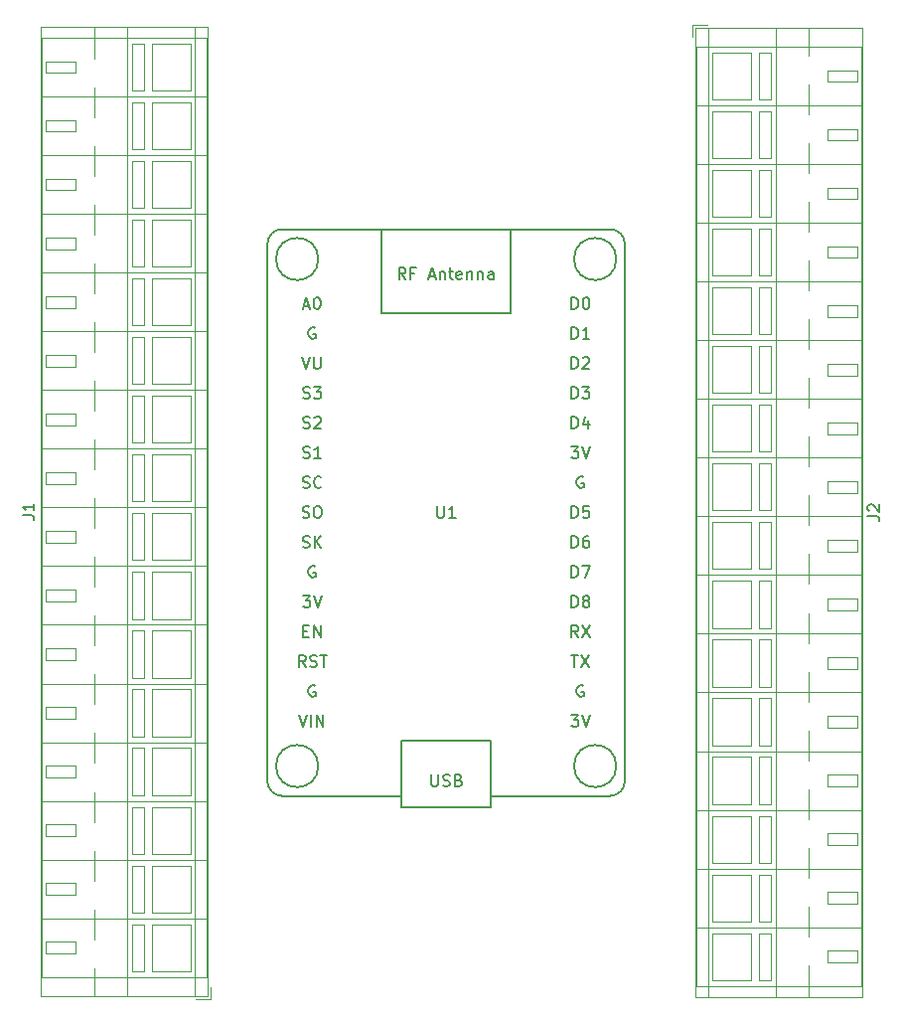
<source format=gbr>
%TF.GenerationSoftware,KiCad,Pcbnew,(5.1.8-0-10_14)*%
%TF.CreationDate,2021-01-01T23:10:54+08:00*%
%TF.ProjectId,nodemcu shield,6e6f6465-6d63-4752-9073-6869656c642e,rev?*%
%TF.SameCoordinates,Original*%
%TF.FileFunction,Legend,Top*%
%TF.FilePolarity,Positive*%
%FSLAX46Y46*%
G04 Gerber Fmt 4.6, Leading zero omitted, Abs format (unit mm)*
G04 Created by KiCad (PCBNEW (5.1.8-0-10_14)) date 2021-01-01 23:10:54*
%MOMM*%
%LPD*%
G01*
G04 APERTURE LIST*
%ADD10C,0.150000*%
%ADD11C,0.120000*%
G04 APERTURE END LIST*
D10*
%TO.C,U1*%
X135620000Y-151810000D02*
X125450000Y-151810000D01*
X127140000Y-110680000D02*
X116140000Y-110680000D01*
X127140000Y-103550000D02*
X127140000Y-110680000D01*
X116140000Y-110680000D02*
X116140000Y-103550000D01*
X117840000Y-152810000D02*
X117840000Y-147080000D01*
X117840000Y-147080000D02*
X125440000Y-147080000D01*
X125440000Y-147080000D02*
X125440000Y-152810000D01*
X125440000Y-152810000D02*
X117840000Y-152810000D01*
X136880000Y-104820000D02*
X136880000Y-150540000D01*
X106400000Y-104820000D02*
X106400000Y-150540000D01*
X117840000Y-151810000D02*
X107670000Y-151810000D01*
X136136051Y-149270000D02*
G75*
G03*
X136136051Y-149270000I-1796051J0D01*
G01*
X110736051Y-149270000D02*
G75*
G03*
X110736051Y-149270000I-1796051J0D01*
G01*
X110736051Y-106090000D02*
G75*
G03*
X110736051Y-106090000I-1796051J0D01*
G01*
X136136051Y-106090000D02*
G75*
G03*
X136136051Y-106090000I-1796051J0D01*
G01*
X135610000Y-103550000D02*
X107670000Y-103550000D01*
X106400000Y-150540000D02*
G75*
G03*
X107670000Y-151810000I1270000J0D01*
G01*
X135610000Y-151810000D02*
G75*
G03*
X136880000Y-150540000I0J1270000D01*
G01*
X136880000Y-104820000D02*
G75*
G03*
X135610000Y-103550000I-1270000J0D01*
G01*
X107670000Y-103550000D02*
G75*
G03*
X106400000Y-104820000I0J-1270000D01*
G01*
D11*
%TO.C,J2*%
X144000000Y-86380000D02*
X144000000Y-168920000D01*
X149700000Y-86380000D02*
X149700000Y-168920000D01*
X152500000Y-86380000D02*
X152500000Y-88770000D01*
X152500000Y-91230000D02*
X152500000Y-93770000D01*
X152500000Y-96230000D02*
X152500000Y-98770000D01*
X152500000Y-101230000D02*
X152500000Y-103770000D01*
X152500000Y-106230000D02*
X152500000Y-108770000D01*
X152500000Y-111230000D02*
X152500000Y-113770000D01*
X152500000Y-116230000D02*
X152500000Y-118770000D01*
X152500000Y-121230000D02*
X152500000Y-123770000D01*
X152500000Y-126230000D02*
X152500000Y-128770000D01*
X152500000Y-131230000D02*
X152500000Y-133770000D01*
X152500000Y-136230000D02*
X152500000Y-138770000D01*
X152500000Y-141230000D02*
X152500000Y-143770000D01*
X152500000Y-146230000D02*
X152500000Y-148770000D01*
X152500000Y-151230000D02*
X152500000Y-153770000D01*
X152500000Y-156230000D02*
X152500000Y-158770000D01*
X152500000Y-161230000D02*
X152500000Y-163770000D01*
X152500000Y-166230000D02*
X152500000Y-168920000D01*
X157120000Y-86380000D02*
X157120000Y-168920000D01*
X142880000Y-86380000D02*
X142880000Y-168920000D01*
X157120000Y-86380000D02*
X142880000Y-86380000D01*
X157120000Y-168920000D02*
X142880000Y-168920000D01*
X147600000Y-88500000D02*
X147600000Y-92500000D01*
X144300000Y-88500000D02*
X144300000Y-92500000D01*
X147600000Y-88500000D02*
X144300000Y-88500000D01*
X147600000Y-92500000D02*
X144300000Y-92500000D01*
X157000000Y-88000000D02*
X157000000Y-93000000D01*
X143000000Y-88000000D02*
X143000000Y-93000000D01*
X157000000Y-88000000D02*
X143000000Y-88000000D01*
X157000000Y-93000000D02*
X143000000Y-93000000D01*
X149300000Y-88500000D02*
X149300000Y-92500000D01*
X148300000Y-88500000D02*
X148300000Y-92500000D01*
X149300000Y-88500000D02*
X148300000Y-88500000D01*
X149300000Y-92500000D02*
X148300000Y-92500000D01*
X156650000Y-90000000D02*
X156650000Y-91000000D01*
X154151000Y-90000000D02*
X154151000Y-91000000D01*
X156650000Y-90000000D02*
X154151000Y-90000000D01*
X156650000Y-91000000D02*
X154151000Y-91000000D01*
X147600000Y-93500000D02*
X147600000Y-97500000D01*
X144300000Y-93500000D02*
X144300000Y-97500000D01*
X147600000Y-93500000D02*
X144300000Y-93500000D01*
X147600000Y-97500000D02*
X144300000Y-97500000D01*
X157000000Y-93000000D02*
X157000000Y-98000000D01*
X143000000Y-93000000D02*
X143000000Y-98000000D01*
X157000000Y-93000000D02*
X143000000Y-93000000D01*
X157000000Y-98000000D02*
X143000000Y-98000000D01*
X149300000Y-93500000D02*
X149300000Y-97500000D01*
X148300000Y-93500000D02*
X148300000Y-97500000D01*
X149300000Y-93500000D02*
X148300000Y-93500000D01*
X149300000Y-97500000D02*
X148300000Y-97500000D01*
X156650000Y-95000000D02*
X156650000Y-96000000D01*
X154151000Y-95000000D02*
X154151000Y-96000000D01*
X156650000Y-95000000D02*
X154151000Y-95000000D01*
X156650000Y-96000000D02*
X154151000Y-96000000D01*
X147600000Y-98500000D02*
X147600000Y-102500000D01*
X144300000Y-98500000D02*
X144300000Y-102500000D01*
X147600000Y-98500000D02*
X144300000Y-98500000D01*
X147600000Y-102500000D02*
X144300000Y-102500000D01*
X157000000Y-98000000D02*
X157000000Y-103000000D01*
X143000000Y-98000000D02*
X143000000Y-103000000D01*
X157000000Y-98000000D02*
X143000000Y-98000000D01*
X157000000Y-103000000D02*
X143000000Y-103000000D01*
X149300000Y-98500000D02*
X149300000Y-102500000D01*
X148300000Y-98500000D02*
X148300000Y-102500000D01*
X149300000Y-98500000D02*
X148300000Y-98500000D01*
X149300000Y-102500000D02*
X148300000Y-102500000D01*
X156650000Y-100000000D02*
X156650000Y-101000000D01*
X154151000Y-100000000D02*
X154151000Y-101000000D01*
X156650000Y-100000000D02*
X154151000Y-100000000D01*
X156650000Y-101000000D02*
X154151000Y-101000000D01*
X147600000Y-103500000D02*
X147600000Y-107500000D01*
X144300000Y-103500000D02*
X144300000Y-107500000D01*
X147600000Y-103500000D02*
X144300000Y-103500000D01*
X147600000Y-107500000D02*
X144300000Y-107500000D01*
X157000000Y-103000000D02*
X157000000Y-108000000D01*
X143000000Y-103000000D02*
X143000000Y-108000000D01*
X157000000Y-103000000D02*
X143000000Y-103000000D01*
X157000000Y-108000000D02*
X143000000Y-108000000D01*
X149300000Y-103500000D02*
X149300000Y-107500000D01*
X148300000Y-103500000D02*
X148300000Y-107500000D01*
X149300000Y-103500000D02*
X148300000Y-103500000D01*
X149300000Y-107500000D02*
X148300000Y-107500000D01*
X156650000Y-105000000D02*
X156650000Y-106000000D01*
X154151000Y-105000000D02*
X154151000Y-106000000D01*
X156650000Y-105000000D02*
X154151000Y-105000000D01*
X156650000Y-106000000D02*
X154151000Y-106000000D01*
X147600000Y-108500000D02*
X147600000Y-112500000D01*
X144300000Y-108500000D02*
X144300000Y-112500000D01*
X147600000Y-108500000D02*
X144300000Y-108500000D01*
X147600000Y-112500000D02*
X144300000Y-112500000D01*
X157000000Y-108000000D02*
X157000000Y-113000000D01*
X143000000Y-108000000D02*
X143000000Y-113000000D01*
X157000000Y-108000000D02*
X143000000Y-108000000D01*
X157000000Y-113000000D02*
X143000000Y-113000000D01*
X149300000Y-108500000D02*
X149300000Y-112500000D01*
X148300000Y-108500000D02*
X148300000Y-112500000D01*
X149300000Y-108500000D02*
X148300000Y-108500000D01*
X149300000Y-112500000D02*
X148300000Y-112500000D01*
X156650000Y-110000000D02*
X156650000Y-111000000D01*
X154151000Y-110000000D02*
X154151000Y-111000000D01*
X156650000Y-110000000D02*
X154151000Y-110000000D01*
X156650000Y-111000000D02*
X154151000Y-111000000D01*
X147600000Y-113500000D02*
X147600000Y-117500000D01*
X144300000Y-113500000D02*
X144300000Y-117500000D01*
X147600000Y-113500000D02*
X144300000Y-113500000D01*
X147600000Y-117500000D02*
X144300000Y-117500000D01*
X157000000Y-113000000D02*
X157000000Y-118000000D01*
X143000000Y-113000000D02*
X143000000Y-118000000D01*
X157000000Y-113000000D02*
X143000000Y-113000000D01*
X157000000Y-118000000D02*
X143000000Y-118000000D01*
X149300000Y-113500000D02*
X149300000Y-117500000D01*
X148300000Y-113500000D02*
X148300000Y-117500000D01*
X149300000Y-113500000D02*
X148300000Y-113500000D01*
X149300000Y-117500000D02*
X148300000Y-117500000D01*
X156650000Y-115000000D02*
X156650000Y-116000000D01*
X154151000Y-115000000D02*
X154151000Y-116000000D01*
X156650000Y-115000000D02*
X154151000Y-115000000D01*
X156650000Y-116000000D02*
X154151000Y-116000000D01*
X147600000Y-118500000D02*
X147600000Y-122500000D01*
X144300000Y-118500000D02*
X144300000Y-122500000D01*
X147600000Y-118500000D02*
X144300000Y-118500000D01*
X147600000Y-122500000D02*
X144300000Y-122500000D01*
X157000000Y-118000000D02*
X157000000Y-123000000D01*
X143000000Y-118000000D02*
X143000000Y-123000000D01*
X157000000Y-118000000D02*
X143000000Y-118000000D01*
X157000000Y-123000000D02*
X143000000Y-123000000D01*
X149300000Y-118500000D02*
X149300000Y-122500000D01*
X148300000Y-118500000D02*
X148300000Y-122500000D01*
X149300000Y-118500000D02*
X148300000Y-118500000D01*
X149300000Y-122500000D02*
X148300000Y-122500000D01*
X156650000Y-120000000D02*
X156650000Y-121000000D01*
X154151000Y-120000000D02*
X154151000Y-121000000D01*
X156650000Y-120000000D02*
X154151000Y-120000000D01*
X156650000Y-121000000D02*
X154151000Y-121000000D01*
X147600000Y-123500000D02*
X147600000Y-127500000D01*
X144300000Y-123500000D02*
X144300000Y-127500000D01*
X147600000Y-123500000D02*
X144300000Y-123500000D01*
X147600000Y-127500000D02*
X144300000Y-127500000D01*
X157000000Y-123000000D02*
X157000000Y-128000000D01*
X143000000Y-123000000D02*
X143000000Y-128000000D01*
X157000000Y-123000000D02*
X143000000Y-123000000D01*
X157000000Y-128000000D02*
X143000000Y-128000000D01*
X149300000Y-123500000D02*
X149300000Y-127500000D01*
X148300000Y-123500000D02*
X148300000Y-127500000D01*
X149300000Y-123500000D02*
X148300000Y-123500000D01*
X149300000Y-127500000D02*
X148300000Y-127500000D01*
X156650000Y-125000000D02*
X156650000Y-126000000D01*
X154151000Y-125000000D02*
X154151000Y-126000000D01*
X156650000Y-125000000D02*
X154151000Y-125000000D01*
X156650000Y-126000000D02*
X154151000Y-126000000D01*
X147600000Y-128500000D02*
X147600000Y-132500000D01*
X144300000Y-128500000D02*
X144300000Y-132500000D01*
X147600000Y-128500000D02*
X144300000Y-128500000D01*
X147600000Y-132500000D02*
X144300000Y-132500000D01*
X157000000Y-128000000D02*
X157000000Y-133000000D01*
X143000000Y-128000000D02*
X143000000Y-133000000D01*
X157000000Y-128000000D02*
X143000000Y-128000000D01*
X157000000Y-133000000D02*
X143000000Y-133000000D01*
X149300000Y-128500000D02*
X149300000Y-132500000D01*
X148300000Y-128500000D02*
X148300000Y-132500000D01*
X149300000Y-128500000D02*
X148300000Y-128500000D01*
X149300000Y-132500000D02*
X148300000Y-132500000D01*
X156650000Y-130000000D02*
X156650000Y-131000000D01*
X154151000Y-130000000D02*
X154151000Y-131000000D01*
X156650000Y-130000000D02*
X154151000Y-130000000D01*
X156650000Y-131000000D02*
X154151000Y-131000000D01*
X147600000Y-133500000D02*
X147600000Y-137500000D01*
X144300000Y-133500000D02*
X144300000Y-137500000D01*
X147600000Y-133500000D02*
X144300000Y-133500000D01*
X147600000Y-137500000D02*
X144300000Y-137500000D01*
X157000000Y-133000000D02*
X157000000Y-138000000D01*
X143000000Y-133000000D02*
X143000000Y-138000000D01*
X157000000Y-133000000D02*
X143000000Y-133000000D01*
X157000000Y-138000000D02*
X143000000Y-138000000D01*
X149300000Y-133500000D02*
X149300000Y-137500000D01*
X148300000Y-133500000D02*
X148300000Y-137500000D01*
X149300000Y-133500000D02*
X148300000Y-133500000D01*
X149300000Y-137500000D02*
X148300000Y-137500000D01*
X156650000Y-135000000D02*
X156650000Y-136000000D01*
X154151000Y-135000000D02*
X154151000Y-136000000D01*
X156650000Y-135000000D02*
X154151000Y-135000000D01*
X156650000Y-136000000D02*
X154151000Y-136000000D01*
X147600000Y-138500000D02*
X147600000Y-142500000D01*
X144300000Y-138500000D02*
X144300000Y-142500000D01*
X147600000Y-138500000D02*
X144300000Y-138500000D01*
X147600000Y-142500000D02*
X144300000Y-142500000D01*
X157000000Y-138000000D02*
X157000000Y-143000000D01*
X143000000Y-138000000D02*
X143000000Y-143000000D01*
X157000000Y-138000000D02*
X143000000Y-138000000D01*
X157000000Y-143000000D02*
X143000000Y-143000000D01*
X149300000Y-138500000D02*
X149300000Y-142500000D01*
X148300000Y-138500000D02*
X148300000Y-142500000D01*
X149300000Y-138500000D02*
X148300000Y-138500000D01*
X149300000Y-142500000D02*
X148300000Y-142500000D01*
X156650000Y-140000000D02*
X156650000Y-141000000D01*
X154151000Y-140000000D02*
X154151000Y-141000000D01*
X156650000Y-140000000D02*
X154151000Y-140000000D01*
X156650000Y-141000000D02*
X154151000Y-141000000D01*
X147600000Y-143500000D02*
X147600000Y-147500000D01*
X144300000Y-143500000D02*
X144300000Y-147500000D01*
X147600000Y-143500000D02*
X144300000Y-143500000D01*
X147600000Y-147500000D02*
X144300000Y-147500000D01*
X157000000Y-143000000D02*
X157000000Y-148000000D01*
X143000000Y-143000000D02*
X143000000Y-148000000D01*
X157000000Y-143000000D02*
X143000000Y-143000000D01*
X157000000Y-148000000D02*
X143000000Y-148000000D01*
X149300000Y-143500000D02*
X149300000Y-147500000D01*
X148300000Y-143500000D02*
X148300000Y-147500000D01*
X149300000Y-143500000D02*
X148300000Y-143500000D01*
X149300000Y-147500000D02*
X148300000Y-147500000D01*
X156650000Y-145000000D02*
X156650000Y-146000000D01*
X154151000Y-145000000D02*
X154151000Y-146000000D01*
X156650000Y-145000000D02*
X154151000Y-145000000D01*
X156650000Y-146000000D02*
X154151000Y-146000000D01*
X147600000Y-148500000D02*
X147600000Y-152500000D01*
X144300000Y-148500000D02*
X144300000Y-152500000D01*
X147600000Y-148500000D02*
X144300000Y-148500000D01*
X147600000Y-152500000D02*
X144300000Y-152500000D01*
X157000000Y-148000000D02*
X157000000Y-153000000D01*
X143000000Y-148000000D02*
X143000000Y-153000000D01*
X157000000Y-148000000D02*
X143000000Y-148000000D01*
X157000000Y-153000000D02*
X143000000Y-153000000D01*
X149300000Y-148500000D02*
X149300000Y-152500000D01*
X148300000Y-148500000D02*
X148300000Y-152500000D01*
X149300000Y-148500000D02*
X148300000Y-148500000D01*
X149300000Y-152500000D02*
X148300000Y-152500000D01*
X156650000Y-150000000D02*
X156650000Y-151000000D01*
X154151000Y-150000000D02*
X154151000Y-151000000D01*
X156650000Y-150000000D02*
X154151000Y-150000000D01*
X156650000Y-151000000D02*
X154151000Y-151000000D01*
X147600000Y-153500000D02*
X147600000Y-157500000D01*
X144300000Y-153500000D02*
X144300000Y-157500000D01*
X147600000Y-153500000D02*
X144300000Y-153500000D01*
X147600000Y-157500000D02*
X144300000Y-157500000D01*
X157000000Y-153000000D02*
X157000000Y-158000000D01*
X143000000Y-153000000D02*
X143000000Y-158000000D01*
X157000000Y-153000000D02*
X143000000Y-153000000D01*
X157000000Y-158000000D02*
X143000000Y-158000000D01*
X149300000Y-153500000D02*
X149300000Y-157500000D01*
X148300000Y-153500000D02*
X148300000Y-157500000D01*
X149300000Y-153500000D02*
X148300000Y-153500000D01*
X149300000Y-157500000D02*
X148300000Y-157500000D01*
X156650000Y-155000000D02*
X156650000Y-156000000D01*
X154151000Y-155000000D02*
X154151000Y-156000000D01*
X156650000Y-155000000D02*
X154151000Y-155000000D01*
X156650000Y-156000000D02*
X154151000Y-156000000D01*
X147600000Y-158500000D02*
X147600000Y-162500000D01*
X144300000Y-158500000D02*
X144300000Y-162500000D01*
X147600000Y-158500000D02*
X144300000Y-158500000D01*
X147600000Y-162500000D02*
X144300000Y-162500000D01*
X157000000Y-158000000D02*
X157000000Y-163000000D01*
X143000000Y-158000000D02*
X143000000Y-163000000D01*
X157000000Y-158000000D02*
X143000000Y-158000000D01*
X157000000Y-163000000D02*
X143000000Y-163000000D01*
X149300000Y-158500000D02*
X149300000Y-162500000D01*
X148300000Y-158500000D02*
X148300000Y-162500000D01*
X149300000Y-158500000D02*
X148300000Y-158500000D01*
X149300000Y-162500000D02*
X148300000Y-162500000D01*
X156650000Y-160000000D02*
X156650000Y-161000000D01*
X154151000Y-160000000D02*
X154151000Y-161000000D01*
X156650000Y-160000000D02*
X154151000Y-160000000D01*
X156650000Y-161000000D02*
X154151000Y-161000000D01*
X147600000Y-163500000D02*
X147600000Y-167500000D01*
X144300000Y-163500000D02*
X144300000Y-167500000D01*
X147600000Y-163500000D02*
X144300000Y-163500000D01*
X147600000Y-167500000D02*
X144300000Y-167500000D01*
X157000000Y-163000000D02*
X157000000Y-168000000D01*
X143000000Y-163000000D02*
X143000000Y-168000000D01*
X157000000Y-163000000D02*
X143000000Y-163000000D01*
X157000000Y-168000000D02*
X143000000Y-168000000D01*
X149300000Y-163500000D02*
X149300000Y-167500000D01*
X148300000Y-163500000D02*
X148300000Y-167500000D01*
X149300000Y-163500000D02*
X148300000Y-163500000D01*
X149300000Y-167500000D02*
X148300000Y-167500000D01*
X156650000Y-165000000D02*
X156650000Y-166000000D01*
X154151000Y-165000000D02*
X154151000Y-166000000D01*
X156650000Y-165000000D02*
X154151000Y-165000000D01*
X156650000Y-166000000D02*
X154151000Y-166000000D01*
X143880000Y-86140000D02*
X142640000Y-86140000D01*
X142640000Y-86140000D02*
X142640000Y-87140000D01*
%TO.C,J1*%
X100190000Y-168860000D02*
X100190000Y-86320000D01*
X94490000Y-168860000D02*
X94490000Y-86320000D01*
X91690000Y-168860000D02*
X91690000Y-166470000D01*
X91690000Y-164010000D02*
X91690000Y-161470000D01*
X91690000Y-159010000D02*
X91690000Y-156470000D01*
X91690000Y-154010000D02*
X91690000Y-151470000D01*
X91690000Y-149010000D02*
X91690000Y-146470000D01*
X91690000Y-144010000D02*
X91690000Y-141470000D01*
X91690000Y-139010000D02*
X91690000Y-136470000D01*
X91690000Y-134010000D02*
X91690000Y-131470000D01*
X91690000Y-129010000D02*
X91690000Y-126470000D01*
X91690000Y-124010000D02*
X91690000Y-121470000D01*
X91690000Y-119010000D02*
X91690000Y-116470000D01*
X91690000Y-114010000D02*
X91690000Y-111470000D01*
X91690000Y-109010000D02*
X91690000Y-106470000D01*
X91690000Y-104010000D02*
X91690000Y-101470000D01*
X91690000Y-99010000D02*
X91690000Y-96470000D01*
X91690000Y-94010000D02*
X91690000Y-91470000D01*
X91690000Y-89010000D02*
X91690000Y-86320000D01*
X87070000Y-168860000D02*
X87070000Y-86320000D01*
X101310000Y-168860000D02*
X101310000Y-86320000D01*
X87070000Y-168860000D02*
X101310000Y-168860000D01*
X87070000Y-86320000D02*
X101310000Y-86320000D01*
X96590000Y-166740000D02*
X96590000Y-162740000D01*
X99890000Y-166740000D02*
X99890000Y-162740000D01*
X96590000Y-166740000D02*
X99890000Y-166740000D01*
X96590000Y-162740000D02*
X99890000Y-162740000D01*
X87190000Y-167240000D02*
X87190000Y-162240000D01*
X101190000Y-167240000D02*
X101190000Y-162240000D01*
X87190000Y-167240000D02*
X101190000Y-167240000D01*
X87190000Y-162240000D02*
X101190000Y-162240000D01*
X94890000Y-166740000D02*
X94890000Y-162740000D01*
X95890000Y-166740000D02*
X95890000Y-162740000D01*
X94890000Y-166740000D02*
X95890000Y-166740000D01*
X94890000Y-162740000D02*
X95890000Y-162740000D01*
X87540000Y-165240000D02*
X87540000Y-164240000D01*
X90039000Y-165240000D02*
X90039000Y-164240000D01*
X87540000Y-165240000D02*
X90039000Y-165240000D01*
X87540000Y-164240000D02*
X90039000Y-164240000D01*
X96590000Y-161740000D02*
X96590000Y-157740000D01*
X99890000Y-161740000D02*
X99890000Y-157740000D01*
X96590000Y-161740000D02*
X99890000Y-161740000D01*
X96590000Y-157740000D02*
X99890000Y-157740000D01*
X87190000Y-162240000D02*
X87190000Y-157240000D01*
X101190000Y-162240000D02*
X101190000Y-157240000D01*
X87190000Y-162240000D02*
X101190000Y-162240000D01*
X87190000Y-157240000D02*
X101190000Y-157240000D01*
X94890000Y-161740000D02*
X94890000Y-157740000D01*
X95890000Y-161740000D02*
X95890000Y-157740000D01*
X94890000Y-161740000D02*
X95890000Y-161740000D01*
X94890000Y-157740000D02*
X95890000Y-157740000D01*
X87540000Y-160240000D02*
X87540000Y-159240000D01*
X90039000Y-160240000D02*
X90039000Y-159240000D01*
X87540000Y-160240000D02*
X90039000Y-160240000D01*
X87540000Y-159240000D02*
X90039000Y-159240000D01*
X96590000Y-156740000D02*
X96590000Y-152740000D01*
X99890000Y-156740000D02*
X99890000Y-152740000D01*
X96590000Y-156740000D02*
X99890000Y-156740000D01*
X96590000Y-152740000D02*
X99890000Y-152740000D01*
X87190000Y-157240000D02*
X87190000Y-152240000D01*
X101190000Y-157240000D02*
X101190000Y-152240000D01*
X87190000Y-157240000D02*
X101190000Y-157240000D01*
X87190000Y-152240000D02*
X101190000Y-152240000D01*
X94890000Y-156740000D02*
X94890000Y-152740000D01*
X95890000Y-156740000D02*
X95890000Y-152740000D01*
X94890000Y-156740000D02*
X95890000Y-156740000D01*
X94890000Y-152740000D02*
X95890000Y-152740000D01*
X87540000Y-155240000D02*
X87540000Y-154240000D01*
X90039000Y-155240000D02*
X90039000Y-154240000D01*
X87540000Y-155240000D02*
X90039000Y-155240000D01*
X87540000Y-154240000D02*
X90039000Y-154240000D01*
X96590000Y-151740000D02*
X96590000Y-147740000D01*
X99890000Y-151740000D02*
X99890000Y-147740000D01*
X96590000Y-151740000D02*
X99890000Y-151740000D01*
X96590000Y-147740000D02*
X99890000Y-147740000D01*
X87190000Y-152240000D02*
X87190000Y-147240000D01*
X101190000Y-152240000D02*
X101190000Y-147240000D01*
X87190000Y-152240000D02*
X101190000Y-152240000D01*
X87190000Y-147240000D02*
X101190000Y-147240000D01*
X94890000Y-151740000D02*
X94890000Y-147740000D01*
X95890000Y-151740000D02*
X95890000Y-147740000D01*
X94890000Y-151740000D02*
X95890000Y-151740000D01*
X94890000Y-147740000D02*
X95890000Y-147740000D01*
X87540000Y-150240000D02*
X87540000Y-149240000D01*
X90039000Y-150240000D02*
X90039000Y-149240000D01*
X87540000Y-150240000D02*
X90039000Y-150240000D01*
X87540000Y-149240000D02*
X90039000Y-149240000D01*
X96590000Y-146740000D02*
X96590000Y-142740000D01*
X99890000Y-146740000D02*
X99890000Y-142740000D01*
X96590000Y-146740000D02*
X99890000Y-146740000D01*
X96590000Y-142740000D02*
X99890000Y-142740000D01*
X87190000Y-147240000D02*
X87190000Y-142240000D01*
X101190000Y-147240000D02*
X101190000Y-142240000D01*
X87190000Y-147240000D02*
X101190000Y-147240000D01*
X87190000Y-142240000D02*
X101190000Y-142240000D01*
X94890000Y-146740000D02*
X94890000Y-142740000D01*
X95890000Y-146740000D02*
X95890000Y-142740000D01*
X94890000Y-146740000D02*
X95890000Y-146740000D01*
X94890000Y-142740000D02*
X95890000Y-142740000D01*
X87540000Y-145240000D02*
X87540000Y-144240000D01*
X90039000Y-145240000D02*
X90039000Y-144240000D01*
X87540000Y-145240000D02*
X90039000Y-145240000D01*
X87540000Y-144240000D02*
X90039000Y-144240000D01*
X96590000Y-141740000D02*
X96590000Y-137740000D01*
X99890000Y-141740000D02*
X99890000Y-137740000D01*
X96590000Y-141740000D02*
X99890000Y-141740000D01*
X96590000Y-137740000D02*
X99890000Y-137740000D01*
X87190000Y-142240000D02*
X87190000Y-137240000D01*
X101190000Y-142240000D02*
X101190000Y-137240000D01*
X87190000Y-142240000D02*
X101190000Y-142240000D01*
X87190000Y-137240000D02*
X101190000Y-137240000D01*
X94890000Y-141740000D02*
X94890000Y-137740000D01*
X95890000Y-141740000D02*
X95890000Y-137740000D01*
X94890000Y-141740000D02*
X95890000Y-141740000D01*
X94890000Y-137740000D02*
X95890000Y-137740000D01*
X87540000Y-140240000D02*
X87540000Y-139240000D01*
X90039000Y-140240000D02*
X90039000Y-139240000D01*
X87540000Y-140240000D02*
X90039000Y-140240000D01*
X87540000Y-139240000D02*
X90039000Y-139240000D01*
X96590000Y-136740000D02*
X96590000Y-132740000D01*
X99890000Y-136740000D02*
X99890000Y-132740000D01*
X96590000Y-136740000D02*
X99890000Y-136740000D01*
X96590000Y-132740000D02*
X99890000Y-132740000D01*
X87190000Y-137240000D02*
X87190000Y-132240000D01*
X101190000Y-137240000D02*
X101190000Y-132240000D01*
X87190000Y-137240000D02*
X101190000Y-137240000D01*
X87190000Y-132240000D02*
X101190000Y-132240000D01*
X94890000Y-136740000D02*
X94890000Y-132740000D01*
X95890000Y-136740000D02*
X95890000Y-132740000D01*
X94890000Y-136740000D02*
X95890000Y-136740000D01*
X94890000Y-132740000D02*
X95890000Y-132740000D01*
X87540000Y-135240000D02*
X87540000Y-134240000D01*
X90039000Y-135240000D02*
X90039000Y-134240000D01*
X87540000Y-135240000D02*
X90039000Y-135240000D01*
X87540000Y-134240000D02*
X90039000Y-134240000D01*
X96590000Y-131740000D02*
X96590000Y-127740000D01*
X99890000Y-131740000D02*
X99890000Y-127740000D01*
X96590000Y-131740000D02*
X99890000Y-131740000D01*
X96590000Y-127740000D02*
X99890000Y-127740000D01*
X87190000Y-132240000D02*
X87190000Y-127240000D01*
X101190000Y-132240000D02*
X101190000Y-127240000D01*
X87190000Y-132240000D02*
X101190000Y-132240000D01*
X87190000Y-127240000D02*
X101190000Y-127240000D01*
X94890000Y-131740000D02*
X94890000Y-127740000D01*
X95890000Y-131740000D02*
X95890000Y-127740000D01*
X94890000Y-131740000D02*
X95890000Y-131740000D01*
X94890000Y-127740000D02*
X95890000Y-127740000D01*
X87540000Y-130240000D02*
X87540000Y-129240000D01*
X90039000Y-130240000D02*
X90039000Y-129240000D01*
X87540000Y-130240000D02*
X90039000Y-130240000D01*
X87540000Y-129240000D02*
X90039000Y-129240000D01*
X96590000Y-126740000D02*
X96590000Y-122740000D01*
X99890000Y-126740000D02*
X99890000Y-122740000D01*
X96590000Y-126740000D02*
X99890000Y-126740000D01*
X96590000Y-122740000D02*
X99890000Y-122740000D01*
X87190000Y-127240000D02*
X87190000Y-122240000D01*
X101190000Y-127240000D02*
X101190000Y-122240000D01*
X87190000Y-127240000D02*
X101190000Y-127240000D01*
X87190000Y-122240000D02*
X101190000Y-122240000D01*
X94890000Y-126740000D02*
X94890000Y-122740000D01*
X95890000Y-126740000D02*
X95890000Y-122740000D01*
X94890000Y-126740000D02*
X95890000Y-126740000D01*
X94890000Y-122740000D02*
X95890000Y-122740000D01*
X87540000Y-125240000D02*
X87540000Y-124240000D01*
X90039000Y-125240000D02*
X90039000Y-124240000D01*
X87540000Y-125240000D02*
X90039000Y-125240000D01*
X87540000Y-124240000D02*
X90039000Y-124240000D01*
X96590000Y-121740000D02*
X96590000Y-117740000D01*
X99890000Y-121740000D02*
X99890000Y-117740000D01*
X96590000Y-121740000D02*
X99890000Y-121740000D01*
X96590000Y-117740000D02*
X99890000Y-117740000D01*
X87190000Y-122240000D02*
X87190000Y-117240000D01*
X101190000Y-122240000D02*
X101190000Y-117240000D01*
X87190000Y-122240000D02*
X101190000Y-122240000D01*
X87190000Y-117240000D02*
X101190000Y-117240000D01*
X94890000Y-121740000D02*
X94890000Y-117740000D01*
X95890000Y-121740000D02*
X95890000Y-117740000D01*
X94890000Y-121740000D02*
X95890000Y-121740000D01*
X94890000Y-117740000D02*
X95890000Y-117740000D01*
X87540000Y-120240000D02*
X87540000Y-119240000D01*
X90039000Y-120240000D02*
X90039000Y-119240000D01*
X87540000Y-120240000D02*
X90039000Y-120240000D01*
X87540000Y-119240000D02*
X90039000Y-119240000D01*
X96590000Y-116740000D02*
X96590000Y-112740000D01*
X99890000Y-116740000D02*
X99890000Y-112740000D01*
X96590000Y-116740000D02*
X99890000Y-116740000D01*
X96590000Y-112740000D02*
X99890000Y-112740000D01*
X87190000Y-117240000D02*
X87190000Y-112240000D01*
X101190000Y-117240000D02*
X101190000Y-112240000D01*
X87190000Y-117240000D02*
X101190000Y-117240000D01*
X87190000Y-112240000D02*
X101190000Y-112240000D01*
X94890000Y-116740000D02*
X94890000Y-112740000D01*
X95890000Y-116740000D02*
X95890000Y-112740000D01*
X94890000Y-116740000D02*
X95890000Y-116740000D01*
X94890000Y-112740000D02*
X95890000Y-112740000D01*
X87540000Y-115240000D02*
X87540000Y-114240000D01*
X90039000Y-115240000D02*
X90039000Y-114240000D01*
X87540000Y-115240000D02*
X90039000Y-115240000D01*
X87540000Y-114240000D02*
X90039000Y-114240000D01*
X96590000Y-111740000D02*
X96590000Y-107740000D01*
X99890000Y-111740000D02*
X99890000Y-107740000D01*
X96590000Y-111740000D02*
X99890000Y-111740000D01*
X96590000Y-107740000D02*
X99890000Y-107740000D01*
X87190000Y-112240000D02*
X87190000Y-107240000D01*
X101190000Y-112240000D02*
X101190000Y-107240000D01*
X87190000Y-112240000D02*
X101190000Y-112240000D01*
X87190000Y-107240000D02*
X101190000Y-107240000D01*
X94890000Y-111740000D02*
X94890000Y-107740000D01*
X95890000Y-111740000D02*
X95890000Y-107740000D01*
X94890000Y-111740000D02*
X95890000Y-111740000D01*
X94890000Y-107740000D02*
X95890000Y-107740000D01*
X87540000Y-110240000D02*
X87540000Y-109240000D01*
X90039000Y-110240000D02*
X90039000Y-109240000D01*
X87540000Y-110240000D02*
X90039000Y-110240000D01*
X87540000Y-109240000D02*
X90039000Y-109240000D01*
X96590000Y-106740000D02*
X96590000Y-102740000D01*
X99890000Y-106740000D02*
X99890000Y-102740000D01*
X96590000Y-106740000D02*
X99890000Y-106740000D01*
X96590000Y-102740000D02*
X99890000Y-102740000D01*
X87190000Y-107240000D02*
X87190000Y-102240000D01*
X101190000Y-107240000D02*
X101190000Y-102240000D01*
X87190000Y-107240000D02*
X101190000Y-107240000D01*
X87190000Y-102240000D02*
X101190000Y-102240000D01*
X94890000Y-106740000D02*
X94890000Y-102740000D01*
X95890000Y-106740000D02*
X95890000Y-102740000D01*
X94890000Y-106740000D02*
X95890000Y-106740000D01*
X94890000Y-102740000D02*
X95890000Y-102740000D01*
X87540000Y-105240000D02*
X87540000Y-104240000D01*
X90039000Y-105240000D02*
X90039000Y-104240000D01*
X87540000Y-105240000D02*
X90039000Y-105240000D01*
X87540000Y-104240000D02*
X90039000Y-104240000D01*
X96590000Y-101740000D02*
X96590000Y-97740000D01*
X99890000Y-101740000D02*
X99890000Y-97740000D01*
X96590000Y-101740000D02*
X99890000Y-101740000D01*
X96590000Y-97740000D02*
X99890000Y-97740000D01*
X87190000Y-102240000D02*
X87190000Y-97240000D01*
X101190000Y-102240000D02*
X101190000Y-97240000D01*
X87190000Y-102240000D02*
X101190000Y-102240000D01*
X87190000Y-97240000D02*
X101190000Y-97240000D01*
X94890000Y-101740000D02*
X94890000Y-97740000D01*
X95890000Y-101740000D02*
X95890000Y-97740000D01*
X94890000Y-101740000D02*
X95890000Y-101740000D01*
X94890000Y-97740000D02*
X95890000Y-97740000D01*
X87540000Y-100240000D02*
X87540000Y-99240000D01*
X90039000Y-100240000D02*
X90039000Y-99240000D01*
X87540000Y-100240000D02*
X90039000Y-100240000D01*
X87540000Y-99240000D02*
X90039000Y-99240000D01*
X96590000Y-96740000D02*
X96590000Y-92740000D01*
X99890000Y-96740000D02*
X99890000Y-92740000D01*
X96590000Y-96740000D02*
X99890000Y-96740000D01*
X96590000Y-92740000D02*
X99890000Y-92740000D01*
X87190000Y-97240000D02*
X87190000Y-92240000D01*
X101190000Y-97240000D02*
X101190000Y-92240000D01*
X87190000Y-97240000D02*
X101190000Y-97240000D01*
X87190000Y-92240000D02*
X101190000Y-92240000D01*
X94890000Y-96740000D02*
X94890000Y-92740000D01*
X95890000Y-96740000D02*
X95890000Y-92740000D01*
X94890000Y-96740000D02*
X95890000Y-96740000D01*
X94890000Y-92740000D02*
X95890000Y-92740000D01*
X87540000Y-95240000D02*
X87540000Y-94240000D01*
X90039000Y-95240000D02*
X90039000Y-94240000D01*
X87540000Y-95240000D02*
X90039000Y-95240000D01*
X87540000Y-94240000D02*
X90039000Y-94240000D01*
X96590000Y-91740000D02*
X96590000Y-87740000D01*
X99890000Y-91740000D02*
X99890000Y-87740000D01*
X96590000Y-91740000D02*
X99890000Y-91740000D01*
X96590000Y-87740000D02*
X99890000Y-87740000D01*
X87190000Y-92240000D02*
X87190000Y-87240000D01*
X101190000Y-92240000D02*
X101190000Y-87240000D01*
X87190000Y-92240000D02*
X101190000Y-92240000D01*
X87190000Y-87240000D02*
X101190000Y-87240000D01*
X94890000Y-91740000D02*
X94890000Y-87740000D01*
X95890000Y-91740000D02*
X95890000Y-87740000D01*
X94890000Y-91740000D02*
X95890000Y-91740000D01*
X94890000Y-87740000D02*
X95890000Y-87740000D01*
X87540000Y-90240000D02*
X87540000Y-89240000D01*
X90039000Y-90240000D02*
X90039000Y-89240000D01*
X87540000Y-90240000D02*
X90039000Y-90240000D01*
X87540000Y-89240000D02*
X90039000Y-89240000D01*
X100310000Y-169100000D02*
X101550000Y-169100000D01*
X101550000Y-169100000D02*
X101550000Y-168100000D01*
%TO.C,U1*%
D10*
X120878095Y-127132380D02*
X120878095Y-127941904D01*
X120925714Y-128037142D01*
X120973333Y-128084761D01*
X121068571Y-128132380D01*
X121259047Y-128132380D01*
X121354285Y-128084761D01*
X121401904Y-128037142D01*
X121449523Y-127941904D01*
X121449523Y-127132380D01*
X122449523Y-128132380D02*
X121878095Y-128132380D01*
X122163809Y-128132380D02*
X122163809Y-127132380D01*
X122068571Y-127275238D01*
X121973333Y-127370476D01*
X121878095Y-127418095D01*
X132331904Y-110352380D02*
X132331904Y-109352380D01*
X132570000Y-109352380D01*
X132712857Y-109400000D01*
X132808095Y-109495238D01*
X132855714Y-109590476D01*
X132903333Y-109780952D01*
X132903333Y-109923809D01*
X132855714Y-110114285D01*
X132808095Y-110209523D01*
X132712857Y-110304761D01*
X132570000Y-110352380D01*
X132331904Y-110352380D01*
X133522380Y-109352380D02*
X133617619Y-109352380D01*
X133712857Y-109400000D01*
X133760476Y-109447619D01*
X133808095Y-109542857D01*
X133855714Y-109733333D01*
X133855714Y-109971428D01*
X133808095Y-110161904D01*
X133760476Y-110257142D01*
X133712857Y-110304761D01*
X133617619Y-110352380D01*
X133522380Y-110352380D01*
X133427142Y-110304761D01*
X133379523Y-110257142D01*
X133331904Y-110161904D01*
X133284285Y-109971428D01*
X133284285Y-109733333D01*
X133331904Y-109542857D01*
X133379523Y-109447619D01*
X133427142Y-109400000D01*
X133522380Y-109352380D01*
X132331904Y-112892380D02*
X132331904Y-111892380D01*
X132570000Y-111892380D01*
X132712857Y-111940000D01*
X132808095Y-112035238D01*
X132855714Y-112130476D01*
X132903333Y-112320952D01*
X132903333Y-112463809D01*
X132855714Y-112654285D01*
X132808095Y-112749523D01*
X132712857Y-112844761D01*
X132570000Y-112892380D01*
X132331904Y-112892380D01*
X133855714Y-112892380D02*
X133284285Y-112892380D01*
X133570000Y-112892380D02*
X133570000Y-111892380D01*
X133474761Y-112035238D01*
X133379523Y-112130476D01*
X133284285Y-112178095D01*
X132331904Y-115432380D02*
X132331904Y-114432380D01*
X132570000Y-114432380D01*
X132712857Y-114480000D01*
X132808095Y-114575238D01*
X132855714Y-114670476D01*
X132903333Y-114860952D01*
X132903333Y-115003809D01*
X132855714Y-115194285D01*
X132808095Y-115289523D01*
X132712857Y-115384761D01*
X132570000Y-115432380D01*
X132331904Y-115432380D01*
X133284285Y-114527619D02*
X133331904Y-114480000D01*
X133427142Y-114432380D01*
X133665238Y-114432380D01*
X133760476Y-114480000D01*
X133808095Y-114527619D01*
X133855714Y-114622857D01*
X133855714Y-114718095D01*
X133808095Y-114860952D01*
X133236666Y-115432380D01*
X133855714Y-115432380D01*
X132331904Y-117972380D02*
X132331904Y-116972380D01*
X132570000Y-116972380D01*
X132712857Y-117020000D01*
X132808095Y-117115238D01*
X132855714Y-117210476D01*
X132903333Y-117400952D01*
X132903333Y-117543809D01*
X132855714Y-117734285D01*
X132808095Y-117829523D01*
X132712857Y-117924761D01*
X132570000Y-117972380D01*
X132331904Y-117972380D01*
X133236666Y-116972380D02*
X133855714Y-116972380D01*
X133522380Y-117353333D01*
X133665238Y-117353333D01*
X133760476Y-117400952D01*
X133808095Y-117448571D01*
X133855714Y-117543809D01*
X133855714Y-117781904D01*
X133808095Y-117877142D01*
X133760476Y-117924761D01*
X133665238Y-117972380D01*
X133379523Y-117972380D01*
X133284285Y-117924761D01*
X133236666Y-117877142D01*
X132331904Y-120512380D02*
X132331904Y-119512380D01*
X132570000Y-119512380D01*
X132712857Y-119560000D01*
X132808095Y-119655238D01*
X132855714Y-119750476D01*
X132903333Y-119940952D01*
X132903333Y-120083809D01*
X132855714Y-120274285D01*
X132808095Y-120369523D01*
X132712857Y-120464761D01*
X132570000Y-120512380D01*
X132331904Y-120512380D01*
X133760476Y-119845714D02*
X133760476Y-120512380D01*
X133522380Y-119464761D02*
X133284285Y-120179047D01*
X133903333Y-120179047D01*
X132308095Y-122052380D02*
X132927142Y-122052380D01*
X132593809Y-122433333D01*
X132736666Y-122433333D01*
X132831904Y-122480952D01*
X132879523Y-122528571D01*
X132927142Y-122623809D01*
X132927142Y-122861904D01*
X132879523Y-122957142D01*
X132831904Y-123004761D01*
X132736666Y-123052380D01*
X132450952Y-123052380D01*
X132355714Y-123004761D01*
X132308095Y-122957142D01*
X133212857Y-122052380D02*
X133546190Y-123052380D01*
X133879523Y-122052380D01*
X133331904Y-124640000D02*
X133236666Y-124592380D01*
X133093809Y-124592380D01*
X132950952Y-124640000D01*
X132855714Y-124735238D01*
X132808095Y-124830476D01*
X132760476Y-125020952D01*
X132760476Y-125163809D01*
X132808095Y-125354285D01*
X132855714Y-125449523D01*
X132950952Y-125544761D01*
X133093809Y-125592380D01*
X133189047Y-125592380D01*
X133331904Y-125544761D01*
X133379523Y-125497142D01*
X133379523Y-125163809D01*
X133189047Y-125163809D01*
X132331904Y-128132380D02*
X132331904Y-127132380D01*
X132570000Y-127132380D01*
X132712857Y-127180000D01*
X132808095Y-127275238D01*
X132855714Y-127370476D01*
X132903333Y-127560952D01*
X132903333Y-127703809D01*
X132855714Y-127894285D01*
X132808095Y-127989523D01*
X132712857Y-128084761D01*
X132570000Y-128132380D01*
X132331904Y-128132380D01*
X133808095Y-127132380D02*
X133331904Y-127132380D01*
X133284285Y-127608571D01*
X133331904Y-127560952D01*
X133427142Y-127513333D01*
X133665238Y-127513333D01*
X133760476Y-127560952D01*
X133808095Y-127608571D01*
X133855714Y-127703809D01*
X133855714Y-127941904D01*
X133808095Y-128037142D01*
X133760476Y-128084761D01*
X133665238Y-128132380D01*
X133427142Y-128132380D01*
X133331904Y-128084761D01*
X133284285Y-128037142D01*
X132331904Y-130672380D02*
X132331904Y-129672380D01*
X132570000Y-129672380D01*
X132712857Y-129720000D01*
X132808095Y-129815238D01*
X132855714Y-129910476D01*
X132903333Y-130100952D01*
X132903333Y-130243809D01*
X132855714Y-130434285D01*
X132808095Y-130529523D01*
X132712857Y-130624761D01*
X132570000Y-130672380D01*
X132331904Y-130672380D01*
X133760476Y-129672380D02*
X133570000Y-129672380D01*
X133474761Y-129720000D01*
X133427142Y-129767619D01*
X133331904Y-129910476D01*
X133284285Y-130100952D01*
X133284285Y-130481904D01*
X133331904Y-130577142D01*
X133379523Y-130624761D01*
X133474761Y-130672380D01*
X133665238Y-130672380D01*
X133760476Y-130624761D01*
X133808095Y-130577142D01*
X133855714Y-130481904D01*
X133855714Y-130243809D01*
X133808095Y-130148571D01*
X133760476Y-130100952D01*
X133665238Y-130053333D01*
X133474761Y-130053333D01*
X133379523Y-130100952D01*
X133331904Y-130148571D01*
X133284285Y-130243809D01*
X132331904Y-133212380D02*
X132331904Y-132212380D01*
X132570000Y-132212380D01*
X132712857Y-132260000D01*
X132808095Y-132355238D01*
X132855714Y-132450476D01*
X132903333Y-132640952D01*
X132903333Y-132783809D01*
X132855714Y-132974285D01*
X132808095Y-133069523D01*
X132712857Y-133164761D01*
X132570000Y-133212380D01*
X132331904Y-133212380D01*
X133236666Y-132212380D02*
X133903333Y-132212380D01*
X133474761Y-133212380D01*
X132331904Y-135752380D02*
X132331904Y-134752380D01*
X132570000Y-134752380D01*
X132712857Y-134800000D01*
X132808095Y-134895238D01*
X132855714Y-134990476D01*
X132903333Y-135180952D01*
X132903333Y-135323809D01*
X132855714Y-135514285D01*
X132808095Y-135609523D01*
X132712857Y-135704761D01*
X132570000Y-135752380D01*
X132331904Y-135752380D01*
X133474761Y-135180952D02*
X133379523Y-135133333D01*
X133331904Y-135085714D01*
X133284285Y-134990476D01*
X133284285Y-134942857D01*
X133331904Y-134847619D01*
X133379523Y-134800000D01*
X133474761Y-134752380D01*
X133665238Y-134752380D01*
X133760476Y-134800000D01*
X133808095Y-134847619D01*
X133855714Y-134942857D01*
X133855714Y-134990476D01*
X133808095Y-135085714D01*
X133760476Y-135133333D01*
X133665238Y-135180952D01*
X133474761Y-135180952D01*
X133379523Y-135228571D01*
X133331904Y-135276190D01*
X133284285Y-135371428D01*
X133284285Y-135561904D01*
X133331904Y-135657142D01*
X133379523Y-135704761D01*
X133474761Y-135752380D01*
X133665238Y-135752380D01*
X133760476Y-135704761D01*
X133808095Y-135657142D01*
X133855714Y-135561904D01*
X133855714Y-135371428D01*
X133808095Y-135276190D01*
X133760476Y-135228571D01*
X133665238Y-135180952D01*
X132903333Y-138292380D02*
X132570000Y-137816190D01*
X132331904Y-138292380D02*
X132331904Y-137292380D01*
X132712857Y-137292380D01*
X132808095Y-137340000D01*
X132855714Y-137387619D01*
X132903333Y-137482857D01*
X132903333Y-137625714D01*
X132855714Y-137720952D01*
X132808095Y-137768571D01*
X132712857Y-137816190D01*
X132331904Y-137816190D01*
X133236666Y-137292380D02*
X133903333Y-138292380D01*
X133903333Y-137292380D02*
X133236666Y-138292380D01*
X132308095Y-139832380D02*
X132879523Y-139832380D01*
X132593809Y-140832380D02*
X132593809Y-139832380D01*
X133117619Y-139832380D02*
X133784285Y-140832380D01*
X133784285Y-139832380D02*
X133117619Y-140832380D01*
X133331904Y-142420000D02*
X133236666Y-142372380D01*
X133093809Y-142372380D01*
X132950952Y-142420000D01*
X132855714Y-142515238D01*
X132808095Y-142610476D01*
X132760476Y-142800952D01*
X132760476Y-142943809D01*
X132808095Y-143134285D01*
X132855714Y-143229523D01*
X132950952Y-143324761D01*
X133093809Y-143372380D01*
X133189047Y-143372380D01*
X133331904Y-143324761D01*
X133379523Y-143277142D01*
X133379523Y-142943809D01*
X133189047Y-142943809D01*
X132308095Y-144912380D02*
X132927142Y-144912380D01*
X132593809Y-145293333D01*
X132736666Y-145293333D01*
X132831904Y-145340952D01*
X132879523Y-145388571D01*
X132927142Y-145483809D01*
X132927142Y-145721904D01*
X132879523Y-145817142D01*
X132831904Y-145864761D01*
X132736666Y-145912380D01*
X132450952Y-145912380D01*
X132355714Y-145864761D01*
X132308095Y-145817142D01*
X133212857Y-144912380D02*
X133546190Y-145912380D01*
X133879523Y-144912380D01*
X109495714Y-110066666D02*
X109971904Y-110066666D01*
X109400476Y-110352380D02*
X109733809Y-109352380D01*
X110067142Y-110352380D01*
X110590952Y-109352380D02*
X110686190Y-109352380D01*
X110781428Y-109400000D01*
X110829047Y-109447619D01*
X110876666Y-109542857D01*
X110924285Y-109733333D01*
X110924285Y-109971428D01*
X110876666Y-110161904D01*
X110829047Y-110257142D01*
X110781428Y-110304761D01*
X110686190Y-110352380D01*
X110590952Y-110352380D01*
X110495714Y-110304761D01*
X110448095Y-110257142D01*
X110400476Y-110161904D01*
X110352857Y-109971428D01*
X110352857Y-109733333D01*
X110400476Y-109542857D01*
X110448095Y-109447619D01*
X110495714Y-109400000D01*
X110590952Y-109352380D01*
X110471904Y-111940000D02*
X110376666Y-111892380D01*
X110233809Y-111892380D01*
X110090952Y-111940000D01*
X109995714Y-112035238D01*
X109948095Y-112130476D01*
X109900476Y-112320952D01*
X109900476Y-112463809D01*
X109948095Y-112654285D01*
X109995714Y-112749523D01*
X110090952Y-112844761D01*
X110233809Y-112892380D01*
X110329047Y-112892380D01*
X110471904Y-112844761D01*
X110519523Y-112797142D01*
X110519523Y-112463809D01*
X110329047Y-112463809D01*
X109352857Y-114432380D02*
X109686190Y-115432380D01*
X110019523Y-114432380D01*
X110352857Y-114432380D02*
X110352857Y-115241904D01*
X110400476Y-115337142D01*
X110448095Y-115384761D01*
X110543333Y-115432380D01*
X110733809Y-115432380D01*
X110829047Y-115384761D01*
X110876666Y-115337142D01*
X110924285Y-115241904D01*
X110924285Y-114432380D01*
X109448095Y-117924761D02*
X109590952Y-117972380D01*
X109829047Y-117972380D01*
X109924285Y-117924761D01*
X109971904Y-117877142D01*
X110019523Y-117781904D01*
X110019523Y-117686666D01*
X109971904Y-117591428D01*
X109924285Y-117543809D01*
X109829047Y-117496190D01*
X109638571Y-117448571D01*
X109543333Y-117400952D01*
X109495714Y-117353333D01*
X109448095Y-117258095D01*
X109448095Y-117162857D01*
X109495714Y-117067619D01*
X109543333Y-117020000D01*
X109638571Y-116972380D01*
X109876666Y-116972380D01*
X110019523Y-117020000D01*
X110352857Y-116972380D02*
X110971904Y-116972380D01*
X110638571Y-117353333D01*
X110781428Y-117353333D01*
X110876666Y-117400952D01*
X110924285Y-117448571D01*
X110971904Y-117543809D01*
X110971904Y-117781904D01*
X110924285Y-117877142D01*
X110876666Y-117924761D01*
X110781428Y-117972380D01*
X110495714Y-117972380D01*
X110400476Y-117924761D01*
X110352857Y-117877142D01*
X109448095Y-120464761D02*
X109590952Y-120512380D01*
X109829047Y-120512380D01*
X109924285Y-120464761D01*
X109971904Y-120417142D01*
X110019523Y-120321904D01*
X110019523Y-120226666D01*
X109971904Y-120131428D01*
X109924285Y-120083809D01*
X109829047Y-120036190D01*
X109638571Y-119988571D01*
X109543333Y-119940952D01*
X109495714Y-119893333D01*
X109448095Y-119798095D01*
X109448095Y-119702857D01*
X109495714Y-119607619D01*
X109543333Y-119560000D01*
X109638571Y-119512380D01*
X109876666Y-119512380D01*
X110019523Y-119560000D01*
X110400476Y-119607619D02*
X110448095Y-119560000D01*
X110543333Y-119512380D01*
X110781428Y-119512380D01*
X110876666Y-119560000D01*
X110924285Y-119607619D01*
X110971904Y-119702857D01*
X110971904Y-119798095D01*
X110924285Y-119940952D01*
X110352857Y-120512380D01*
X110971904Y-120512380D01*
X109448095Y-123004761D02*
X109590952Y-123052380D01*
X109829047Y-123052380D01*
X109924285Y-123004761D01*
X109971904Y-122957142D01*
X110019523Y-122861904D01*
X110019523Y-122766666D01*
X109971904Y-122671428D01*
X109924285Y-122623809D01*
X109829047Y-122576190D01*
X109638571Y-122528571D01*
X109543333Y-122480952D01*
X109495714Y-122433333D01*
X109448095Y-122338095D01*
X109448095Y-122242857D01*
X109495714Y-122147619D01*
X109543333Y-122100000D01*
X109638571Y-122052380D01*
X109876666Y-122052380D01*
X110019523Y-122100000D01*
X110971904Y-123052380D02*
X110400476Y-123052380D01*
X110686190Y-123052380D02*
X110686190Y-122052380D01*
X110590952Y-122195238D01*
X110495714Y-122290476D01*
X110400476Y-122338095D01*
X109424285Y-125544761D02*
X109567142Y-125592380D01*
X109805238Y-125592380D01*
X109900476Y-125544761D01*
X109948095Y-125497142D01*
X109995714Y-125401904D01*
X109995714Y-125306666D01*
X109948095Y-125211428D01*
X109900476Y-125163809D01*
X109805238Y-125116190D01*
X109614761Y-125068571D01*
X109519523Y-125020952D01*
X109471904Y-124973333D01*
X109424285Y-124878095D01*
X109424285Y-124782857D01*
X109471904Y-124687619D01*
X109519523Y-124640000D01*
X109614761Y-124592380D01*
X109852857Y-124592380D01*
X109995714Y-124640000D01*
X110995714Y-125497142D02*
X110948095Y-125544761D01*
X110805238Y-125592380D01*
X110710000Y-125592380D01*
X110567142Y-125544761D01*
X110471904Y-125449523D01*
X110424285Y-125354285D01*
X110376666Y-125163809D01*
X110376666Y-125020952D01*
X110424285Y-124830476D01*
X110471904Y-124735238D01*
X110567142Y-124640000D01*
X110710000Y-124592380D01*
X110805238Y-124592380D01*
X110948095Y-124640000D01*
X110995714Y-124687619D01*
X109400476Y-128084761D02*
X109543333Y-128132380D01*
X109781428Y-128132380D01*
X109876666Y-128084761D01*
X109924285Y-128037142D01*
X109971904Y-127941904D01*
X109971904Y-127846666D01*
X109924285Y-127751428D01*
X109876666Y-127703809D01*
X109781428Y-127656190D01*
X109590952Y-127608571D01*
X109495714Y-127560952D01*
X109448095Y-127513333D01*
X109400476Y-127418095D01*
X109400476Y-127322857D01*
X109448095Y-127227619D01*
X109495714Y-127180000D01*
X109590952Y-127132380D01*
X109829047Y-127132380D01*
X109971904Y-127180000D01*
X110590952Y-127132380D02*
X110781428Y-127132380D01*
X110876666Y-127180000D01*
X110971904Y-127275238D01*
X111019523Y-127465714D01*
X111019523Y-127799047D01*
X110971904Y-127989523D01*
X110876666Y-128084761D01*
X110781428Y-128132380D01*
X110590952Y-128132380D01*
X110495714Y-128084761D01*
X110400476Y-127989523D01*
X110352857Y-127799047D01*
X110352857Y-127465714D01*
X110400476Y-127275238D01*
X110495714Y-127180000D01*
X110590952Y-127132380D01*
X109424285Y-130624761D02*
X109567142Y-130672380D01*
X109805238Y-130672380D01*
X109900476Y-130624761D01*
X109948095Y-130577142D01*
X109995714Y-130481904D01*
X109995714Y-130386666D01*
X109948095Y-130291428D01*
X109900476Y-130243809D01*
X109805238Y-130196190D01*
X109614761Y-130148571D01*
X109519523Y-130100952D01*
X109471904Y-130053333D01*
X109424285Y-129958095D01*
X109424285Y-129862857D01*
X109471904Y-129767619D01*
X109519523Y-129720000D01*
X109614761Y-129672380D01*
X109852857Y-129672380D01*
X109995714Y-129720000D01*
X110424285Y-130672380D02*
X110424285Y-129672380D01*
X110995714Y-130672380D02*
X110567142Y-130100952D01*
X110995714Y-129672380D02*
X110424285Y-130243809D01*
X110471904Y-132260000D02*
X110376666Y-132212380D01*
X110233809Y-132212380D01*
X110090952Y-132260000D01*
X109995714Y-132355238D01*
X109948095Y-132450476D01*
X109900476Y-132640952D01*
X109900476Y-132783809D01*
X109948095Y-132974285D01*
X109995714Y-133069523D01*
X110090952Y-133164761D01*
X110233809Y-133212380D01*
X110329047Y-133212380D01*
X110471904Y-133164761D01*
X110519523Y-133117142D01*
X110519523Y-132783809D01*
X110329047Y-132783809D01*
X109448095Y-134752380D02*
X110067142Y-134752380D01*
X109733809Y-135133333D01*
X109876666Y-135133333D01*
X109971904Y-135180952D01*
X110019523Y-135228571D01*
X110067142Y-135323809D01*
X110067142Y-135561904D01*
X110019523Y-135657142D01*
X109971904Y-135704761D01*
X109876666Y-135752380D01*
X109590952Y-135752380D01*
X109495714Y-135704761D01*
X109448095Y-135657142D01*
X110352857Y-134752380D02*
X110686190Y-135752380D01*
X111019523Y-134752380D01*
X109471904Y-137768571D02*
X109805238Y-137768571D01*
X109948095Y-138292380D02*
X109471904Y-138292380D01*
X109471904Y-137292380D01*
X109948095Y-137292380D01*
X110376666Y-138292380D02*
X110376666Y-137292380D01*
X110948095Y-138292380D01*
X110948095Y-137292380D01*
X109662380Y-140832380D02*
X109329047Y-140356190D01*
X109090952Y-140832380D02*
X109090952Y-139832380D01*
X109471904Y-139832380D01*
X109567142Y-139880000D01*
X109614761Y-139927619D01*
X109662380Y-140022857D01*
X109662380Y-140165714D01*
X109614761Y-140260952D01*
X109567142Y-140308571D01*
X109471904Y-140356190D01*
X109090952Y-140356190D01*
X110043333Y-140784761D02*
X110186190Y-140832380D01*
X110424285Y-140832380D01*
X110519523Y-140784761D01*
X110567142Y-140737142D01*
X110614761Y-140641904D01*
X110614761Y-140546666D01*
X110567142Y-140451428D01*
X110519523Y-140403809D01*
X110424285Y-140356190D01*
X110233809Y-140308571D01*
X110138571Y-140260952D01*
X110090952Y-140213333D01*
X110043333Y-140118095D01*
X110043333Y-140022857D01*
X110090952Y-139927619D01*
X110138571Y-139880000D01*
X110233809Y-139832380D01*
X110471904Y-139832380D01*
X110614761Y-139880000D01*
X110900476Y-139832380D02*
X111471904Y-139832380D01*
X111186190Y-140832380D02*
X111186190Y-139832380D01*
X110471904Y-142420000D02*
X110376666Y-142372380D01*
X110233809Y-142372380D01*
X110090952Y-142420000D01*
X109995714Y-142515238D01*
X109948095Y-142610476D01*
X109900476Y-142800952D01*
X109900476Y-142943809D01*
X109948095Y-143134285D01*
X109995714Y-143229523D01*
X110090952Y-143324761D01*
X110233809Y-143372380D01*
X110329047Y-143372380D01*
X110471904Y-143324761D01*
X110519523Y-143277142D01*
X110519523Y-142943809D01*
X110329047Y-142943809D01*
X109114761Y-144912380D02*
X109448095Y-145912380D01*
X109781428Y-144912380D01*
X110114761Y-145912380D02*
X110114761Y-144912380D01*
X110590952Y-145912380D02*
X110590952Y-144912380D01*
X111162380Y-145912380D01*
X111162380Y-144912380D01*
X118187619Y-107812380D02*
X117854285Y-107336190D01*
X117616190Y-107812380D02*
X117616190Y-106812380D01*
X117997142Y-106812380D01*
X118092380Y-106860000D01*
X118140000Y-106907619D01*
X118187619Y-107002857D01*
X118187619Y-107145714D01*
X118140000Y-107240952D01*
X118092380Y-107288571D01*
X117997142Y-107336190D01*
X117616190Y-107336190D01*
X118949523Y-107288571D02*
X118616190Y-107288571D01*
X118616190Y-107812380D02*
X118616190Y-106812380D01*
X119092380Y-106812380D01*
X120187619Y-107526666D02*
X120663809Y-107526666D01*
X120092380Y-107812380D02*
X120425714Y-106812380D01*
X120759047Y-107812380D01*
X121092380Y-107145714D02*
X121092380Y-107812380D01*
X121092380Y-107240952D02*
X121140000Y-107193333D01*
X121235238Y-107145714D01*
X121378095Y-107145714D01*
X121473333Y-107193333D01*
X121520952Y-107288571D01*
X121520952Y-107812380D01*
X121854285Y-107145714D02*
X122235238Y-107145714D01*
X121997142Y-106812380D02*
X121997142Y-107669523D01*
X122044761Y-107764761D01*
X122140000Y-107812380D01*
X122235238Y-107812380D01*
X122949523Y-107764761D02*
X122854285Y-107812380D01*
X122663809Y-107812380D01*
X122568571Y-107764761D01*
X122520952Y-107669523D01*
X122520952Y-107288571D01*
X122568571Y-107193333D01*
X122663809Y-107145714D01*
X122854285Y-107145714D01*
X122949523Y-107193333D01*
X122997142Y-107288571D01*
X122997142Y-107383809D01*
X122520952Y-107479047D01*
X123425714Y-107145714D02*
X123425714Y-107812380D01*
X123425714Y-107240952D02*
X123473333Y-107193333D01*
X123568571Y-107145714D01*
X123711428Y-107145714D01*
X123806666Y-107193333D01*
X123854285Y-107288571D01*
X123854285Y-107812380D01*
X124330476Y-107145714D02*
X124330476Y-107812380D01*
X124330476Y-107240952D02*
X124378095Y-107193333D01*
X124473333Y-107145714D01*
X124616190Y-107145714D01*
X124711428Y-107193333D01*
X124759047Y-107288571D01*
X124759047Y-107812380D01*
X125663809Y-107812380D02*
X125663809Y-107288571D01*
X125616190Y-107193333D01*
X125520952Y-107145714D01*
X125330476Y-107145714D01*
X125235238Y-107193333D01*
X125663809Y-107764761D02*
X125568571Y-107812380D01*
X125330476Y-107812380D01*
X125235238Y-107764761D01*
X125187619Y-107669523D01*
X125187619Y-107574285D01*
X125235238Y-107479047D01*
X125330476Y-107431428D01*
X125568571Y-107431428D01*
X125663809Y-107383809D01*
X120378095Y-149992380D02*
X120378095Y-150801904D01*
X120425714Y-150897142D01*
X120473333Y-150944761D01*
X120568571Y-150992380D01*
X120759047Y-150992380D01*
X120854285Y-150944761D01*
X120901904Y-150897142D01*
X120949523Y-150801904D01*
X120949523Y-149992380D01*
X121378095Y-150944761D02*
X121520952Y-150992380D01*
X121759047Y-150992380D01*
X121854285Y-150944761D01*
X121901904Y-150897142D01*
X121949523Y-150801904D01*
X121949523Y-150706666D01*
X121901904Y-150611428D01*
X121854285Y-150563809D01*
X121759047Y-150516190D01*
X121568571Y-150468571D01*
X121473333Y-150420952D01*
X121425714Y-150373333D01*
X121378095Y-150278095D01*
X121378095Y-150182857D01*
X121425714Y-150087619D01*
X121473333Y-150040000D01*
X121568571Y-149992380D01*
X121806666Y-149992380D01*
X121949523Y-150040000D01*
X122711428Y-150468571D02*
X122854285Y-150516190D01*
X122901904Y-150563809D01*
X122949523Y-150659047D01*
X122949523Y-150801904D01*
X122901904Y-150897142D01*
X122854285Y-150944761D01*
X122759047Y-150992380D01*
X122378095Y-150992380D01*
X122378095Y-149992380D01*
X122711428Y-149992380D01*
X122806666Y-150040000D01*
X122854285Y-150087619D01*
X122901904Y-150182857D01*
X122901904Y-150278095D01*
X122854285Y-150373333D01*
X122806666Y-150420952D01*
X122711428Y-150468571D01*
X122378095Y-150468571D01*
%TO.C,J2*%
X157572380Y-127983333D02*
X158286666Y-127983333D01*
X158429523Y-128030952D01*
X158524761Y-128126190D01*
X158572380Y-128269047D01*
X158572380Y-128364285D01*
X157667619Y-127554761D02*
X157620000Y-127507142D01*
X157572380Y-127411904D01*
X157572380Y-127173809D01*
X157620000Y-127078571D01*
X157667619Y-127030952D01*
X157762857Y-126983333D01*
X157858095Y-126983333D01*
X158000952Y-127030952D01*
X158572380Y-127602380D01*
X158572380Y-126983333D01*
%TO.C,J1*%
X85522380Y-127923333D02*
X86236666Y-127923333D01*
X86379523Y-127970952D01*
X86474761Y-128066190D01*
X86522380Y-128209047D01*
X86522380Y-128304285D01*
X86522380Y-126923333D02*
X86522380Y-127494761D01*
X86522380Y-127209047D02*
X85522380Y-127209047D01*
X85665238Y-127304285D01*
X85760476Y-127399523D01*
X85808095Y-127494761D01*
%TD*%
M02*

</source>
